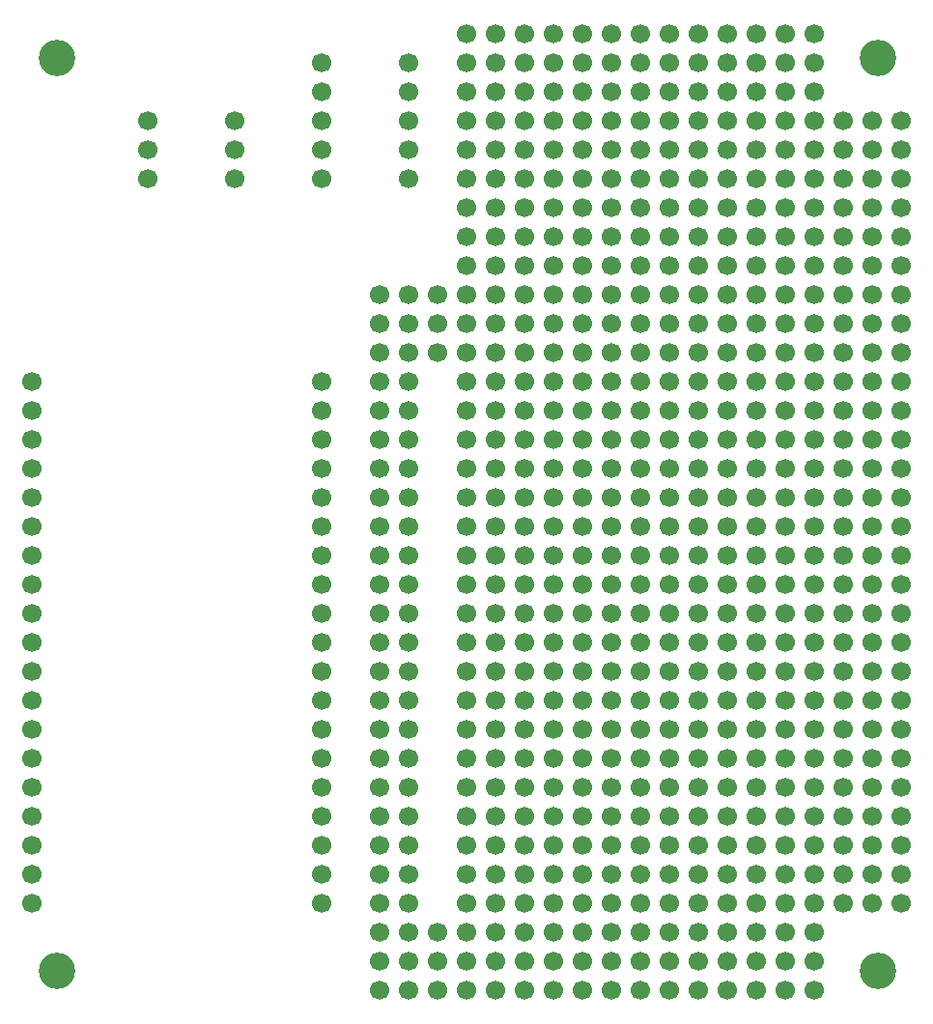
<source format=gbr>
%TF.GenerationSoftware,KiCad,Pcbnew,8.0.8-unknown-202501160222~12d96d1a90~ubuntu22.04.1*%
%TF.CreationDate,2025-02-14T10:10:46+09:00*%
%TF.ProjectId,MG5-ESP32-Shield,4d47352d-4553-4503-9332-2d536869656c,rev?*%
%TF.SameCoordinates,Original*%
%TF.FileFunction,Soldermask,Top*%
%TF.FilePolarity,Negative*%
%FSLAX46Y46*%
G04 Gerber Fmt 4.6, Leading zero omitted, Abs format (unit mm)*
G04 Created by KiCad (PCBNEW 8.0.8-unknown-202501160222~12d96d1a90~ubuntu22.04.1) date 2025-02-14 10:10:46*
%MOMM*%
%LPD*%
G01*
G04 APERTURE LIST*
%ADD10C,3.200000*%
%ADD11C,1.700000*%
G04 APERTURE END LIST*
D10*
%TO.C,REF\u002A\u002A*%
X191000000Y-58000000D03*
%TD*%
D11*
%TO.C,L*%
X127000000Y-63500000D03*
X127000000Y-66040000D03*
X127000000Y-68580000D03*
%TD*%
%TO.C,REF\u002A\u002A*%
X154940000Y-55880000D03*
X157480000Y-55880000D03*
X160020000Y-55880000D03*
X162560000Y-55880000D03*
X165100000Y-55880000D03*
X167640000Y-55880000D03*
X170180000Y-55880000D03*
X172720000Y-55880000D03*
X154940000Y-58420000D03*
X157480000Y-58420000D03*
X160020000Y-58420000D03*
X162560000Y-58420000D03*
X165100000Y-58420000D03*
X167640000Y-58420000D03*
X170180000Y-58420000D03*
X172720000Y-58420000D03*
X154940000Y-60960000D03*
X157480000Y-60960000D03*
X160020000Y-60960000D03*
X162560000Y-60960000D03*
X165100000Y-60960000D03*
X167640000Y-60960000D03*
X170180000Y-60960000D03*
X172720000Y-60960000D03*
X154940000Y-63500000D03*
X157480000Y-63500000D03*
X160020000Y-63500000D03*
X162560000Y-63500000D03*
X165100000Y-63500000D03*
X167640000Y-63500000D03*
X170180000Y-63500000D03*
X172720000Y-63500000D03*
X154940000Y-66040000D03*
X157480000Y-66040000D03*
X160020000Y-66040000D03*
X162560000Y-66040000D03*
X165100000Y-66040000D03*
X167640000Y-66040000D03*
X170180000Y-66040000D03*
X172720000Y-66040000D03*
X154940000Y-68580000D03*
X157480000Y-68580000D03*
X160020000Y-68580000D03*
X162560000Y-68580000D03*
X165100000Y-68580000D03*
X167640000Y-68580000D03*
X170180000Y-68580000D03*
X172720000Y-68580000D03*
X154940000Y-71120000D03*
X157480000Y-71120000D03*
X160020000Y-71120000D03*
X162560000Y-71120000D03*
X165100000Y-71120000D03*
X167640000Y-71120000D03*
X170180000Y-71120000D03*
X172720000Y-71120000D03*
X154940000Y-73660000D03*
X157480000Y-73660000D03*
X160020000Y-73660000D03*
X162560000Y-73660000D03*
X165100000Y-73660000D03*
X167640000Y-73660000D03*
X170180000Y-73660000D03*
X172720000Y-73660000D03*
X154940000Y-76200000D03*
X157480000Y-76200000D03*
X160020000Y-76200000D03*
X162560000Y-76200000D03*
X165100000Y-76200000D03*
X167640000Y-76200000D03*
X170180000Y-76200000D03*
X172720000Y-76200000D03*
X154940000Y-78740000D03*
X157480000Y-78740000D03*
X160020000Y-78740000D03*
X162560000Y-78740000D03*
X165100000Y-78740000D03*
X167640000Y-78740000D03*
X170180000Y-78740000D03*
X172720000Y-78740000D03*
X154940000Y-81280000D03*
X157480000Y-81280000D03*
X160020000Y-81280000D03*
X162560000Y-81280000D03*
X165100000Y-81280000D03*
X167640000Y-81280000D03*
X170180000Y-81280000D03*
X172720000Y-81280000D03*
X154940000Y-83820000D03*
X157480000Y-83820000D03*
X160020000Y-83820000D03*
X162560000Y-83820000D03*
X165100000Y-83820000D03*
X167640000Y-83820000D03*
X170180000Y-83820000D03*
X172720000Y-83820000D03*
X154940000Y-86360000D03*
X157480000Y-86360000D03*
X160020000Y-86360000D03*
X162560000Y-86360000D03*
X165100000Y-86360000D03*
X167640000Y-86360000D03*
X170180000Y-86360000D03*
X172720000Y-86360000D03*
X154940000Y-88900000D03*
X157480000Y-88900000D03*
X160020000Y-88900000D03*
X162560000Y-88900000D03*
X165100000Y-88900000D03*
X167640000Y-88900000D03*
X170180000Y-88900000D03*
X172720000Y-88900000D03*
X154940000Y-91440000D03*
X157480000Y-91440000D03*
X160020000Y-91440000D03*
X162560000Y-91440000D03*
X165100000Y-91440000D03*
X167640000Y-91440000D03*
X170180000Y-91440000D03*
X172720000Y-91440000D03*
X154940000Y-93980000D03*
X157480000Y-93980000D03*
X160020000Y-93980000D03*
X162560000Y-93980000D03*
X165100000Y-93980000D03*
X167640000Y-93980000D03*
X170180000Y-93980000D03*
X172720000Y-93980000D03*
X154940000Y-96520000D03*
X157480000Y-96520000D03*
X160020000Y-96520000D03*
X162560000Y-96520000D03*
X165100000Y-96520000D03*
X167640000Y-96520000D03*
X170180000Y-96520000D03*
X172720000Y-96520000D03*
X154940000Y-99060000D03*
X157480000Y-99060000D03*
X160020000Y-99060000D03*
X162560000Y-99060000D03*
X165100000Y-99060000D03*
X167640000Y-99060000D03*
X170180000Y-99060000D03*
X172720000Y-99060000D03*
X154940000Y-101600000D03*
X157480000Y-101600000D03*
X160020000Y-101600000D03*
X162560000Y-101600000D03*
X165100000Y-101600000D03*
X167640000Y-101600000D03*
X170180000Y-101600000D03*
X172720000Y-101600000D03*
X154940000Y-104140000D03*
X157480000Y-104140000D03*
X160020000Y-104140000D03*
X162560000Y-104140000D03*
X165100000Y-104140000D03*
X167640000Y-104140000D03*
X170180000Y-104140000D03*
X172720000Y-104140000D03*
X154940000Y-106680000D03*
X157480000Y-106680000D03*
X160020000Y-106680000D03*
X162560000Y-106680000D03*
X165100000Y-106680000D03*
X167640000Y-106680000D03*
X170180000Y-106680000D03*
X172720000Y-106680000D03*
X154940000Y-109220000D03*
X157480000Y-109220000D03*
X160020000Y-109220000D03*
X162560000Y-109220000D03*
X165100000Y-109220000D03*
X167640000Y-109220000D03*
X170180000Y-109220000D03*
X172720000Y-109220000D03*
X154940000Y-111760000D03*
X157480000Y-111760000D03*
X160020000Y-111760000D03*
X162560000Y-111760000D03*
X165100000Y-111760000D03*
X167640000Y-111760000D03*
X170180000Y-111760000D03*
X172720000Y-111760000D03*
X154940000Y-114300000D03*
X157480000Y-114300000D03*
X160020000Y-114300000D03*
X162560000Y-114300000D03*
X165100000Y-114300000D03*
X167640000Y-114300000D03*
X170180000Y-114300000D03*
X172720000Y-114300000D03*
X154940000Y-116840000D03*
X157480000Y-116840000D03*
X160020000Y-116840000D03*
X162560000Y-116840000D03*
X165100000Y-116840000D03*
X167640000Y-116840000D03*
X170180000Y-116840000D03*
X172720000Y-116840000D03*
X154940000Y-119380000D03*
X157480000Y-119380000D03*
X160020000Y-119380000D03*
X162560000Y-119380000D03*
X165100000Y-119380000D03*
X167640000Y-119380000D03*
X170180000Y-119380000D03*
X172720000Y-119380000D03*
X154940000Y-121920000D03*
X157480000Y-121920000D03*
X160020000Y-121920000D03*
X162560000Y-121920000D03*
X165100000Y-121920000D03*
X167640000Y-121920000D03*
X170180000Y-121920000D03*
X172720000Y-121920000D03*
X154940000Y-124460000D03*
X157480000Y-124460000D03*
X160020000Y-124460000D03*
X162560000Y-124460000D03*
X165100000Y-124460000D03*
X167640000Y-124460000D03*
X170180000Y-124460000D03*
X172720000Y-124460000D03*
X154940000Y-127000000D03*
X157480000Y-127000000D03*
X160020000Y-127000000D03*
X162560000Y-127000000D03*
X165100000Y-127000000D03*
X167640000Y-127000000D03*
X170180000Y-127000000D03*
X172720000Y-127000000D03*
X154940000Y-129540000D03*
X157480000Y-129540000D03*
X160020000Y-129540000D03*
X162560000Y-129540000D03*
X165100000Y-129540000D03*
X167640000Y-129540000D03*
X170180000Y-129540000D03*
X172720000Y-129540000D03*
X154940000Y-132080000D03*
X157480000Y-132080000D03*
X160020000Y-132080000D03*
X162560000Y-132080000D03*
X165100000Y-132080000D03*
X167640000Y-132080000D03*
X170180000Y-132080000D03*
X172720000Y-132080000D03*
X154940000Y-134620000D03*
X157480000Y-134620000D03*
X160020000Y-134620000D03*
X162560000Y-134620000D03*
X165100000Y-134620000D03*
X167640000Y-134620000D03*
X170180000Y-134620000D03*
X172720000Y-134620000D03*
X154940000Y-137160000D03*
X157480000Y-137160000D03*
X160020000Y-137160000D03*
X162560000Y-137160000D03*
X165100000Y-137160000D03*
X167640000Y-137160000D03*
X170180000Y-137160000D03*
X172720000Y-137160000D03*
X154940000Y-139700000D03*
X157480000Y-139700000D03*
X160020000Y-139700000D03*
X162560000Y-139700000D03*
X165100000Y-139700000D03*
X167640000Y-139700000D03*
X170180000Y-139700000D03*
X172720000Y-139700000D03*
X147320000Y-78740000D03*
X149860000Y-78740000D03*
X152400000Y-78740000D03*
X147320000Y-81280000D03*
X149860000Y-81280000D03*
X152400000Y-81280000D03*
X147320000Y-83820000D03*
X149860000Y-83820000D03*
X152400000Y-83820000D03*
X175260000Y-55880000D03*
X177800000Y-55880000D03*
X180340000Y-55880000D03*
X182880000Y-55880000D03*
X185420000Y-55880000D03*
X175260000Y-58420000D03*
X177800000Y-58420000D03*
X180340000Y-58420000D03*
X182880000Y-58420000D03*
X185420000Y-58420000D03*
X175260000Y-60960000D03*
X177800000Y-60960000D03*
X180340000Y-60960000D03*
X182880000Y-60960000D03*
X185420000Y-60960000D03*
X175260000Y-63500000D03*
X177800000Y-63500000D03*
X180340000Y-63500000D03*
X182880000Y-63500000D03*
X185420000Y-63500000D03*
X187960000Y-63500000D03*
X190500000Y-63500000D03*
X193040000Y-63500000D03*
X175260000Y-66040000D03*
X177800000Y-66040000D03*
X180340000Y-66040000D03*
X182880000Y-66040000D03*
X185420000Y-66040000D03*
X187960000Y-66040000D03*
X190500000Y-66040000D03*
X193040000Y-66040000D03*
X175260000Y-68580000D03*
X177800000Y-68580000D03*
X180340000Y-68580000D03*
X182880000Y-68580000D03*
X185420000Y-68580000D03*
X187960000Y-68580000D03*
X190500000Y-68580000D03*
X193040000Y-68580000D03*
X175260000Y-71120000D03*
X177800000Y-71120000D03*
X180340000Y-71120000D03*
X182880000Y-71120000D03*
X185420000Y-71120000D03*
X187960000Y-71120000D03*
X190500000Y-71120000D03*
X193040000Y-71120000D03*
X175260000Y-73660000D03*
X177800000Y-73660000D03*
X180340000Y-73660000D03*
X182880000Y-73660000D03*
X185420000Y-73660000D03*
X187960000Y-73660000D03*
X190500000Y-73660000D03*
X193040000Y-73660000D03*
X175260000Y-76200000D03*
X177800000Y-76200000D03*
X180340000Y-76200000D03*
X182880000Y-76200000D03*
X185420000Y-76200000D03*
X187960000Y-76200000D03*
X190500000Y-76200000D03*
X193040000Y-76200000D03*
X175260000Y-78740000D03*
X177800000Y-78740000D03*
X180340000Y-78740000D03*
X182880000Y-78740000D03*
X185420000Y-78740000D03*
X187960000Y-78740000D03*
X190500000Y-78740000D03*
X193040000Y-78740000D03*
X175260000Y-81280000D03*
X177800000Y-81280000D03*
X180340000Y-81280000D03*
X182880000Y-81280000D03*
X185420000Y-81280000D03*
X187960000Y-81280000D03*
X190500000Y-81280000D03*
X193040000Y-81280000D03*
X175260000Y-83820000D03*
X177800000Y-83820000D03*
X180340000Y-83820000D03*
X182880000Y-83820000D03*
X185420000Y-83820000D03*
X187960000Y-83820000D03*
X190500000Y-83820000D03*
X193040000Y-83820000D03*
X175260000Y-86360000D03*
X177800000Y-86360000D03*
X180340000Y-86360000D03*
X182880000Y-86360000D03*
X185420000Y-86360000D03*
X187960000Y-86360000D03*
X190500000Y-86360000D03*
X193040000Y-86360000D03*
X175260000Y-88900000D03*
X177800000Y-88900000D03*
X180340000Y-88900000D03*
X182880000Y-88900000D03*
X185420000Y-88900000D03*
X187960000Y-88900000D03*
X190500000Y-88900000D03*
X193040000Y-88900000D03*
X175260000Y-91440000D03*
X177800000Y-91440000D03*
X180340000Y-91440000D03*
X182880000Y-91440000D03*
X185420000Y-91440000D03*
X187960000Y-91440000D03*
X190500000Y-91440000D03*
X193040000Y-91440000D03*
X175260000Y-93980000D03*
X177800000Y-93980000D03*
X180340000Y-93980000D03*
X182880000Y-93980000D03*
X185420000Y-93980000D03*
X187960000Y-93980000D03*
X190500000Y-93980000D03*
X193040000Y-93980000D03*
X175260000Y-96520000D03*
X177800000Y-96520000D03*
X180340000Y-96520000D03*
X182880000Y-96520000D03*
X185420000Y-96520000D03*
X187960000Y-96520000D03*
X190500000Y-96520000D03*
X193040000Y-96520000D03*
X175260000Y-99060000D03*
X177800000Y-99060000D03*
X180340000Y-99060000D03*
X182880000Y-99060000D03*
X185420000Y-99060000D03*
X187960000Y-99060000D03*
X190500000Y-99060000D03*
X193040000Y-99060000D03*
X175260000Y-101600000D03*
X177800000Y-101600000D03*
X180340000Y-101600000D03*
X182880000Y-101600000D03*
X185420000Y-101600000D03*
X187960000Y-101600000D03*
X190500000Y-101600000D03*
X193040000Y-101600000D03*
X175260000Y-104140000D03*
X177800000Y-104140000D03*
X180340000Y-104140000D03*
X182880000Y-104140000D03*
X185420000Y-104140000D03*
X187960000Y-104140000D03*
X190500000Y-104140000D03*
X193040000Y-104140000D03*
X175260000Y-106680000D03*
X177800000Y-106680000D03*
X180340000Y-106680000D03*
X182880000Y-106680000D03*
X185420000Y-106680000D03*
X187960000Y-106680000D03*
X190500000Y-106680000D03*
X193040000Y-106680000D03*
X175260000Y-109220000D03*
X177800000Y-109220000D03*
X180340000Y-109220000D03*
X182880000Y-109220000D03*
X185420000Y-109220000D03*
X187960000Y-109220000D03*
X190500000Y-109220000D03*
X193040000Y-109220000D03*
X175260000Y-111760000D03*
X177800000Y-111760000D03*
X180340000Y-111760000D03*
X182880000Y-111760000D03*
X185420000Y-111760000D03*
X187960000Y-111760000D03*
X190500000Y-111760000D03*
X193040000Y-111760000D03*
X175260000Y-114300000D03*
X177800000Y-114300000D03*
X180340000Y-114300000D03*
X182880000Y-114300000D03*
X185420000Y-114300000D03*
X187960000Y-114300000D03*
X190500000Y-114300000D03*
X193040000Y-114300000D03*
X175260000Y-116840000D03*
X177800000Y-116840000D03*
X180340000Y-116840000D03*
X182880000Y-116840000D03*
X185420000Y-116840000D03*
X187960000Y-116840000D03*
X190500000Y-116840000D03*
X193040000Y-116840000D03*
X175260000Y-119380000D03*
X177800000Y-119380000D03*
X180340000Y-119380000D03*
X182880000Y-119380000D03*
X185420000Y-119380000D03*
X187960000Y-119380000D03*
X190500000Y-119380000D03*
X193040000Y-119380000D03*
X175260000Y-121920000D03*
X177800000Y-121920000D03*
X180340000Y-121920000D03*
X182880000Y-121920000D03*
X185420000Y-121920000D03*
X187960000Y-121920000D03*
X190500000Y-121920000D03*
X193040000Y-121920000D03*
X175260000Y-124460000D03*
X177800000Y-124460000D03*
X180340000Y-124460000D03*
X182880000Y-124460000D03*
X185420000Y-124460000D03*
X187960000Y-124460000D03*
X190500000Y-124460000D03*
X193040000Y-124460000D03*
X175260000Y-127000000D03*
X177800000Y-127000000D03*
X180340000Y-127000000D03*
X182880000Y-127000000D03*
X185420000Y-127000000D03*
X187960000Y-127000000D03*
X190500000Y-127000000D03*
X193040000Y-127000000D03*
X175260000Y-129540000D03*
X177800000Y-129540000D03*
X180340000Y-129540000D03*
X182880000Y-129540000D03*
X185420000Y-129540000D03*
X187960000Y-129540000D03*
X190500000Y-129540000D03*
X193040000Y-129540000D03*
X175260000Y-132080000D03*
X177800000Y-132080000D03*
X180340000Y-132080000D03*
X182880000Y-132080000D03*
X185420000Y-132080000D03*
X187960000Y-132080000D03*
X190500000Y-132080000D03*
X193040000Y-132080000D03*
X175260000Y-134620000D03*
X177800000Y-134620000D03*
X180340000Y-134620000D03*
X182880000Y-134620000D03*
X185420000Y-134620000D03*
X175260000Y-137160000D03*
X177800000Y-137160000D03*
X180340000Y-137160000D03*
X182880000Y-137160000D03*
X185420000Y-137160000D03*
X175260000Y-139700000D03*
X177800000Y-139700000D03*
X180340000Y-139700000D03*
X182880000Y-139700000D03*
X185420000Y-139700000D03*
X147320000Y-134620000D03*
X149860000Y-134620000D03*
X152400000Y-134620000D03*
X147320000Y-137160000D03*
X149860000Y-137160000D03*
X152400000Y-137160000D03*
X147320000Y-139700000D03*
X149860000Y-139700000D03*
X152400000Y-139700000D03*
%TD*%
%TO.C,R*%
X149860000Y-58420000D03*
X149860000Y-60960000D03*
X149860000Y-63500000D03*
X149860000Y-66040000D03*
X149860000Y-68580000D03*
%TD*%
%TO.C,J5*%
X147320000Y-86360000D03*
X147320000Y-88900000D03*
X147320000Y-91440000D03*
X147320000Y-93980000D03*
X147320000Y-96520000D03*
X147320000Y-99060000D03*
X147320000Y-101600000D03*
X147320000Y-104140000D03*
X147320000Y-106680000D03*
X147320000Y-109220000D03*
X147320000Y-111760000D03*
X147320000Y-114300000D03*
X147320000Y-116840000D03*
X147320000Y-119380000D03*
X147320000Y-121920000D03*
X147320000Y-124460000D03*
X147320000Y-127000000D03*
X147320000Y-129540000D03*
X147320000Y-132080000D03*
X149860000Y-132080000D03*
X149860000Y-129540000D03*
X149860000Y-127000000D03*
X149860000Y-124460000D03*
X149860000Y-121920000D03*
X149860000Y-119380000D03*
X149860000Y-116840000D03*
X149860000Y-114300000D03*
X149860000Y-111760000D03*
X149860000Y-109220000D03*
X149860000Y-106680000D03*
X149860000Y-104140000D03*
X149860000Y-101600000D03*
X149860000Y-99060000D03*
X149860000Y-96520000D03*
X149860000Y-93980000D03*
X149860000Y-91440000D03*
X149860000Y-88900000D03*
X149860000Y-86360000D03*
%TD*%
D10*
%TO.C,REF\u002A\u002A*%
X119000000Y-58000000D03*
%TD*%
%TO.C,REF\u002A\u002A*%
X119000000Y-138000000D03*
%TD*%
D11*
%TO.C,R*%
X134620000Y-63500000D03*
X134620000Y-66040000D03*
X134620000Y-68580000D03*
%TD*%
D10*
%TO.C,REF\u002A\u002A*%
X191000000Y-138000000D03*
%TD*%
D11*
%TO.C,U1*%
X116840000Y-86360000D03*
X116840000Y-88900000D03*
X116840000Y-91440000D03*
X116840000Y-93980000D03*
X116840000Y-96520000D03*
X116840000Y-99060000D03*
X116840000Y-101600000D03*
X116840000Y-104140000D03*
X116840000Y-106680000D03*
X116840000Y-109220000D03*
X116840000Y-111760000D03*
X116840000Y-114300000D03*
X116840000Y-116840000D03*
X116840000Y-119380000D03*
X116840000Y-121920000D03*
X116840000Y-124460000D03*
X116840000Y-127000000D03*
X116840000Y-129540000D03*
X116840000Y-132080000D03*
X142240000Y-132080000D03*
X142240000Y-129540000D03*
X142240000Y-127000000D03*
X142240000Y-124460000D03*
X142240000Y-121920000D03*
X142240000Y-119380000D03*
X142240000Y-116840000D03*
X142240000Y-114300000D03*
X142240000Y-111760000D03*
X142240000Y-109220000D03*
X142240000Y-106680000D03*
X142240000Y-104140000D03*
X142240000Y-101600000D03*
X142240000Y-99060000D03*
X142240000Y-96520000D03*
X142240000Y-93980000D03*
X142240000Y-91440000D03*
X142240000Y-88900000D03*
X142240000Y-86360000D03*
%TD*%
%TO.C,L*%
X142240000Y-58420000D03*
X142240000Y-60960000D03*
X142240000Y-63500000D03*
X142240000Y-66040000D03*
X142240000Y-68580000D03*
%TD*%
M02*

</source>
